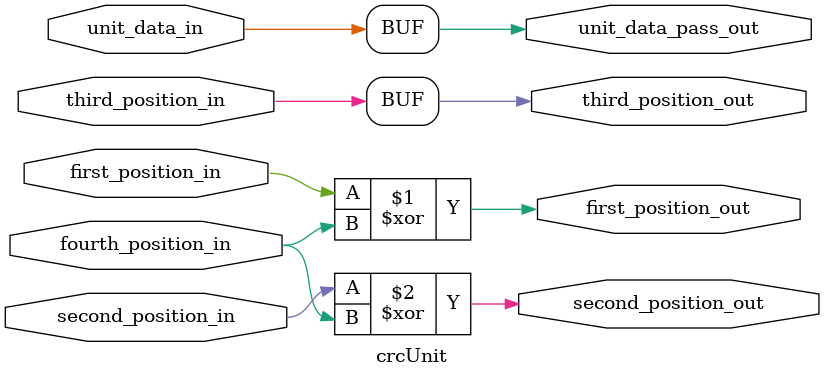
<source format=v>
module crcModule (
    input clk,
    input rst,
    input [127:0] data_in,
    input crc_start,
    output reg[127:0] crc_out_data,
    output reg crc_out_valid
);

    //states
    reg[1:0] current_state, next_state;
    localparam STATE_START = 2'd0;
    localparam STATE_WAIT = 2'd1;
    localparam STATE_CALCULATE_CRC = 2'd2;


    //round counter
    //there are 131 bits to calculate
    //we need celling(131/9) = 15 rounds
    reg[3:0] crc_round_counter;
    reg reset_crc_round_counter;
    reg count_crc_round_counter;


    //the generator polynomial is x^3 + x + 1
    //we need to calculate the result of 128+3 = 131 bits

    //we calculate 9 bits at a time
    //input data for first iteration
    wire[8:0] crc_unit_data_in_first_iteration;
    assign crc_unit_data_in_first_iteration = data_in[127:119];

    //saved data for second iteration and so on
    //we need to save 131 - 9 = 122 bits
    reg[121:0] saved_data_reg;
    reg reset_saved_data_reg;
    reg save_to_saved_data_reg;
    reg left_shift_9bit_saved_data_reg;

    //input data for second iteration and so on
    wire[8:0] crc_unit_data_in_after_first_iteration;
    assign crc_unit_data_in_after_first_iteration = saved_data_reg[121:113];

    wire[8:0] crc_unit_data_in;
    reg crc_data_in_source_select;
    localparam CRC_SOURCE_DATA_IN = 1'b0;
    localparam CRC_SOURCE_SAVED_DATA_REG = 1'b1;
    assign crc_unit_data_in = (crc_data_in_source_select == CRC_SOURCE_DATA_IN) ? crc_unit_data_in_first_iteration : crc_unit_data_in_after_first_iteration;

    reg saved_remainder_reg[0:3]; //save four remainders of 1 bit each
    reg reset_remainder_reg;
    reg save_to_remainder_reg;

    //actual crc calculation
    //there are 9 crc units
    wire crc_unit_pass_out[0:8];
    wire crc_unit_first_position_out[0:8];
    wire crc_unit_second_position_out[0:8];
    wire crc_unit_third_position_out[0:8];
    

    //crcunit 0
    crcUnit crc_unit_0(
        .unit_data_in(crc_unit_data_in[8]),
        .unit_data_pass_out(crc_unit_pass_out[0]),
        .first_position_in(saved_remainder_reg[0]), //first position is the first remainder
        .first_position_out(crc_unit_first_position_out[0]), 
        .second_position_in(saved_remainder_reg[1]), //second position is the second remainder
        .second_position_out(crc_unit_second_position_out[0]), 
        .third_position_in(saved_remainder_reg[2]), //third position is the third remainder
        .third_position_out(crc_unit_third_position_out[0]), 
        .fourth_position_in(saved_remainder_reg[3]) //fourth position is the fourth remainder
    );


    genvar crc_unit_index;
    generate 
        for(crc_unit_index = 1; crc_unit_index <=8 ; crc_unit_index= crc_unit_index+1) begin: crc_unit_generate
            crcUnit crc_unit_0(
                .unit_data_in(crc_unit_data_in[8-crc_unit_index]),
                .unit_data_pass_out(crc_unit_pass_out[crc_unit_index]),
                .first_position_in(crc_unit_pass_out[crc_unit_index-1]), //first position is the pass output of previous crcunit
                .first_position_out(crc_unit_first_position_out[crc_unit_index]),
                .second_position_in(crc_unit_first_position_out[crc_unit_index-1]), //second position is the first position output of previous crcunit
                .second_position_out(crc_unit_second_position_out[crc_unit_index]),
                .third_position_in(crc_unit_second_position_out[crc_unit_index-1]), //third position is the second position output of previous crcunit
                .third_position_out(crc_unit_third_position_out[crc_unit_index]),
                .fourth_position_in(crc_unit_third_position_out[crc_unit_index-1]) //fourth position is the third position output of previous crcunit
            );
        end
    endgenerate
    

    




    //sequential logic
    always @(posedge clk, posedge rst) begin
        if(rst) begin
            current_state <= STATE_START;
            crc_round_counter <= 0;
            saved_data_reg <= 0;
            saved_remainder_reg[0] <= 0;
            saved_remainder_reg[1] <= 0;
            saved_remainder_reg[2] <= 0;
            saved_remainder_reg[3] <= 0;
        end
        else begin
            current_state <= next_state;

            if(reset_crc_round_counter)
                crc_round_counter <= 0;
            else if(count_crc_round_counter)
                crc_round_counter <= crc_round_counter + 1'b1;

            if(reset_saved_data_reg) 
                saved_data_reg <= 0;
            else if(save_to_saved_data_reg)
                saved_data_reg <= {data_in[118:0], 3'b000}; //save after first iteration
            else if(left_shift_9bit_saved_data_reg)
                saved_data_reg <= {saved_data_reg[112:0], 9'b000000000}; //left shift 9 bits

            if(reset_remainder_reg) begin
                saved_remainder_reg[0] <= 0;
                saved_remainder_reg[1] <= 0;
                saved_remainder_reg[2] <= 0;
                saved_remainder_reg[3] <= 0;
            end
            else if(save_to_remainder_reg) begin
                saved_remainder_reg[0] <= crc_unit_pass_out[8];
                saved_remainder_reg[1] <= crc_unit_first_position_out[8];
                saved_remainder_reg[2] <= crc_unit_second_position_out[8];
                saved_remainder_reg[3] <= crc_unit_third_position_out[8];
            end
        end
        
    end

    //FSM
    always @(*) begin
        //defaults
        next_state = current_state;
        crc_data_in_source_select = CRC_SOURCE_DATA_IN;

        reset_crc_round_counter = 0;
        count_crc_round_counter = 0;

        reset_saved_data_reg = 0;
        save_to_saved_data_reg = 0;
        left_shift_9bit_saved_data_reg = 0;

        reset_remainder_reg = 0;
        save_to_remainder_reg = 0;

        crc_out_valid = 0;
        crc_out_data = 0;



        case (current_state)
            STATE_START: begin
                next_state = STATE_WAIT;
            end
            STATE_WAIT: begin
                if(crc_start) begin
                    next_state = STATE_CALCULATE_CRC;
                    crc_data_in_source_select = CRC_SOURCE_DATA_IN;
                    save_to_saved_data_reg = 1;
                    save_to_remainder_reg = 1;
                    count_crc_round_counter = 1;
                end
            end
            STATE_CALCULATE_CRC: begin
                crc_data_in_source_select = CRC_SOURCE_SAVED_DATA_REG;
                save_to_remainder_reg = 1;
                left_shift_9bit_saved_data_reg = 1;
                count_crc_round_counter = 1;

                if(crc_round_counter == 14) begin
                    next_state = STATE_WAIT;
                    reset_crc_round_counter = 1;
                    reset_saved_data_reg = 1;
                    reset_remainder_reg = 1;
                    crc_out_valid = 1;
                    crc_out_data = {125'b0, crc_unit_third_position_out[5], crc_unit_second_position_out[5], crc_unit_first_position_out[5]};
                end
            end
            
        endcase

        
    end




    
endmodule


//crc unit for one bit stream
//the generator polynomial is x^3 + x + 1
module crcUnit(
    input unit_data_in,
    output unit_data_pass_out,
    input first_position_in,
    output first_position_out,
    input second_position_in,
    output second_position_out,
    input third_position_in,
    output third_position_out,
    input  fourth_position_in
);
    assign unit_data_pass_out = unit_data_in;
    assign first_position_out = first_position_in ^ fourth_position_in;
    assign second_position_out = second_position_in ^ fourth_position_in;
    assign third_position_out = third_position_in;
endmodule
</source>
